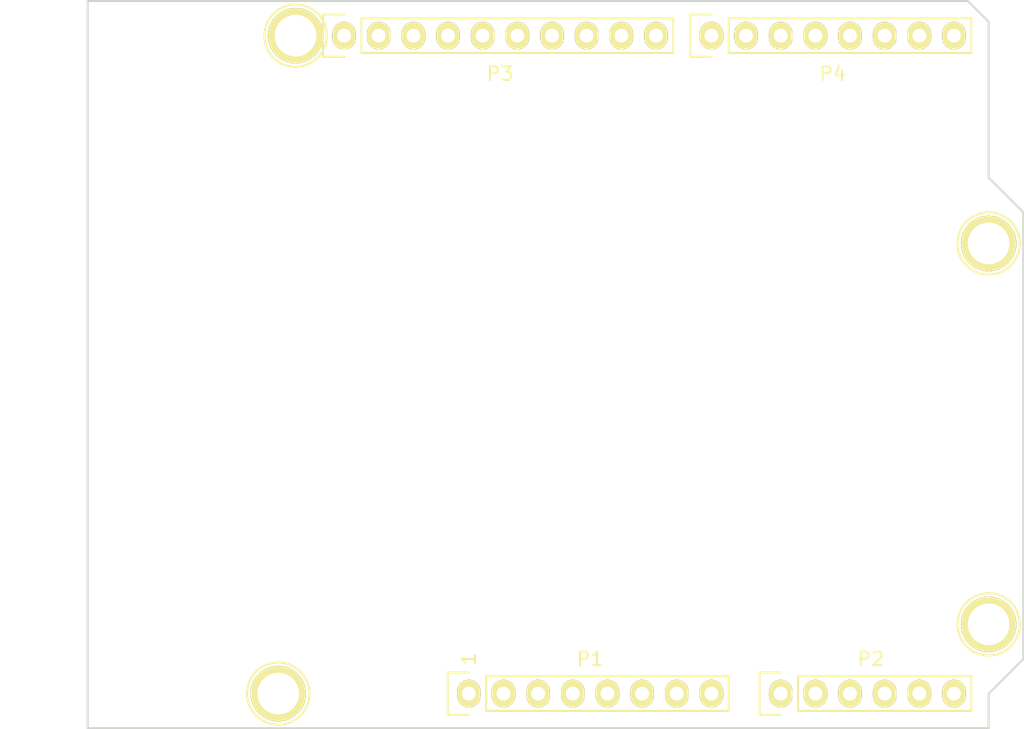
<source format=kicad_pcb>
(kicad_pcb (version 20221018) (generator pcbnew)
  (title_block (date "lun. 30 mars 2015"))
  (layers (0 "F.Cu" signal) (31 "B.Cu" signal) (34 "B.Paste" user) (35 "F.Paste" user) (36 "B.SilkS" user "B.Silkscreen") (37 "F.SilkS" user "F.Silkscreen") (38 "B.Mask" user) (39 "F.Mask" user) (44 "Edge.Cuts" user))
  (net 0 "")
  (net 1 "/IOREF")
  (net 2 "/Reset")
  (net 3 "+5V")
  (net 4 "GND")
  (net 5 "/Vin")
  (net 6 "/A0")
  (net 7 "/A1")
  (net 8 "/A2")
  (net 9 "/A3")
  (net 10 "/AREF")
  (net 11 "/A4(SDA)")
  (net 12 "/A5(SCL)")
  (net 13 "/9(**)")
  (net 14 "/8")
  (net 15 "/7")
  (net 16 "/6(**)")
  (net 17 "/5(**)")
  (net 18 "/4")
  (net 19 "/3(**)")
  (net 20 "/2")
  (net 21 "/1(Tx)")
  (net 22 "/0(Rx)")
  (net 23 "Net-(P5-Pad1)")
  (net 24 "Net-(P6-Pad1)")
  (net 25 "Net-(P7-Pad1)")
  (net 26 "Net-(P8-Pad1)")
  (net 27 "/13(SCK)")
  (net 28 "/10(**/SS)")
  (net 29 "Net-(P1-Pad1)")
  (net 30 "+3V3")
  (net 31 "/12(MISO)")
  (net 32 "/11(**/MOSI)")
  (footprint "Socket_Arduino_Uno:Socket_Strip_Arduino_1x08" (layer "F.Cu") (at 138.938 123.825)
    (fp_text reference "P1" (at 8.89 -2.54) (layer "F.SilkS"))
    (fp_text value "Power")
    (fp_line (start -1.55 -1.55) (end -1.55 1.55) (stroke (width 0.15)) (layer "F.SilkS"))
    (fp_line (start -1.55 1.55) (end 0 1.55) (stroke (width 0.15)) (layer "F.SilkS"))
    (fp_line (start 0 -1.55) (end -1.55 -1.55) (stroke (width 0.15)) (layer "F.SilkS"))
    (fp_line (start 1.27 1.27) (end 1.27 -1.27) (stroke (width 0.15)) (layer "F.SilkS"))
    (fp_line (start 1.27 1.27) (end 19.05 1.27) (stroke (width 0.15)) (layer "F.SilkS"))
    (fp_line (start 19.05 -1.27) (end 1.27 -1.27) (stroke (width 0.15)) (layer "F.SilkS"))
    (fp_line (start 19.05 1.27) (end 19.05 -1.27) (stroke (width 0.15)) (layer "F.SilkS"))
    (pad "1" thru_hole oval locked (at 0 0) (size 1.7272 2.032) (drill 1.016) (layers "*.Cu" "*.Mask" "F.SilkS") (net 29 "Net-(P1-Pad1)"))
    (pad "2" thru_hole oval locked (at 2.54 0) (size 1.7272 2.032) (drill 1.016) (layers "*.Cu" "*.Mask" "F.SilkS") (net 1 "/IOREF"))
    (pad "3" thru_hole oval locked (at 5.08 0) (size 1.7272 2.032) (drill 1.016) (layers "*.Cu" "*.Mask" "F.SilkS") (net 2 "/Reset"))
    (pad "4" thru_hole oval locked (at 7.62 0) (size 1.7272 2.032) (drill 1.016) (layers "*.Cu" "*.Mask" "F.SilkS") (net 30 "+3V3"))
    (pad "5" thru_hole oval locked (at 10.16 0) (size 1.7272 2.032) (drill 1.016) (layers "*.Cu" "*.Mask" "F.SilkS") (net 3 "+5V"))
    (pad "6" thru_hole oval locked (at 12.7 0) (size 1.7272 2.032) (drill 1.016) (layers "*.Cu" "*.Mask" "F.SilkS") (net 4 "GND"))
    (pad "7" thru_hole oval locked (at 15.24 0) (size 1.7272 2.032) (drill 1.016) (layers "*.Cu" "*.Mask" "F.SilkS") (net 4 "GND"))
    (pad "8" thru_hole oval locked (at 17.78 0) (size 1.7272 2.032) (drill 1.016) (layers "*.Cu" "*.Mask" "F.SilkS") (net 5 "/Vin"))
  )
  (footprint "Socket_Arduino_Uno:Socket_Strip_Arduino_1x06" (layer "F.Cu") (at 161.798 123.825)
    (fp_text reference "P2" (at 6.604 -2.54) (layer "F.SilkS"))
    (fp_text value "Analog")
    (fp_line (start -1.55 -1.55) (end -1.55 1.55) (stroke (width 0.15)) (layer "F.SilkS"))
    (fp_line (start -1.55 1.55) (end 0 1.55) (stroke (width 0.15)) (layer "F.SilkS"))
    (fp_line (start 0 -1.55) (end -1.55 -1.55) (stroke (width 0.15)) (layer "F.SilkS"))
    (fp_line (start 1.27 1.27) (end 1.27 -1.27) (stroke (width 0.15)) (layer "F.SilkS"))
    (fp_line (start 1.27 1.27) (end 13.97 1.27) (stroke (width 0.15)) (layer "F.SilkS"))
    (fp_line (start 13.97 -1.27) (end 1.27 -1.27) (stroke (width 0.15)) (layer "F.SilkS"))
    (fp_line (start 13.97 1.27) (end 13.97 -1.27) (stroke (width 0.15)) (layer "F.SilkS"))
    (pad "1" thru_hole oval locked (at 0 0) (size 1.7272 2.032) (drill 1.016) (layers "*.Cu" "*.Mask" "F.SilkS") (net 6 "/A0"))
    (pad "2" thru_hole oval locked (at 2.54 0) (size 1.7272 2.032) (drill 1.016) (layers "*.Cu" "*.Mask" "F.SilkS") (net 7 "/A1"))
    (pad "3" thru_hole oval locked (at 5.08 0) (size 1.7272 2.032) (drill 1.016) (layers "*.Cu" "*.Mask" "F.SilkS") (net 8 "/A2"))
    (pad "4" thru_hole oval locked (at 7.62 0) (size 1.7272 2.032) (drill 1.016) (layers "*.Cu" "*.Mask" "F.SilkS") (net 9 "/A3"))
    (pad "5" thru_hole oval locked (at 10.16 0) (size 1.7272 2.032) (drill 1.016) (layers "*.Cu" "*.Mask" "F.SilkS") (net 11 "/A4(SDA)"))
    (pad "6" thru_hole oval locked (at 12.7 0) (size 1.7272 2.032) (drill 1.016) (layers "*.Cu" "*.Mask" "F.SilkS") (net 12 "/A5(SCL)"))
  )
  (footprint "Socket_Arduino_Uno:Socket_Strip_Arduino_1x10" (layer "F.Cu") (at 129.794 75.565)
    (fp_text reference "P3" (at 11.43 2.794) (layer "F.SilkS"))
    (fp_text value "Digital")
    (fp_line (start -1.55 -1.55) (end -1.55 1.55) (stroke (width 0.15)) (layer "F.SilkS"))
    (fp_line (start -1.55 1.55) (end 0 1.55) (stroke (width 0.15)) (layer "F.SilkS"))
    (fp_line (start 0 -1.55) (end -1.55 -1.55) (stroke (width 0.15)) (layer "F.SilkS"))
    (fp_line (start 1.27 1.27) (end 1.27 -1.27) (stroke (width 0.15)) (layer "F.SilkS"))
    (fp_line (start 1.27 1.27) (end 24.13 1.27) (stroke (width 0.15)) (layer "F.SilkS"))
    (fp_line (start 24.13 -1.27) (end 1.27 -1.27) (stroke (width 0.15)) (layer "F.SilkS"))
    (fp_line (start 24.13 1.27) (end 24.13 -1.27) (stroke (width 0.15)) (layer "F.SilkS"))
    (pad "1" thru_hole oval locked (at 0 0) (size 1.7272 2.032) (drill 1.016) (layers "*.Cu" "*.Mask" "F.SilkS") (net 12 "/A5(SCL)"))
    (pad "2" thru_hole oval locked (at 2.54 0) (size 1.7272 2.032) (drill 1.016) (layers "*.Cu" "*.Mask" "F.SilkS") (net 11 "/A4(SDA)"))
    (pad "3" thru_hole oval locked (at 5.08 0) (size 1.7272 2.032) (drill 1.016) (layers "*.Cu" "*.Mask" "F.SilkS") (net 10 "/AREF"))
    (pad "4" thru_hole oval locked (at 7.62 0) (size 1.7272 2.032) (drill 1.016) (layers "*.Cu" "*.Mask" "F.SilkS") (net 4 "GND"))
    (pad "5" thru_hole oval locked (at 10.16 0) (size 1.7272 2.032) (drill 1.016) (layers "*.Cu" "*.Mask" "F.SilkS") (net 27 "/13(SCK)"))
    (pad "6" thru_hole oval locked (at 12.7 0) (size 1.7272 2.032) (drill 1.016) (layers "*.Cu" "*.Mask" "F.SilkS") (net 31 "/12(MISO)"))
    (pad "7" thru_hole oval locked (at 15.24 0) (size 1.7272 2.032) (drill 1.016) (layers "*.Cu" "*.Mask" "F.SilkS") (net 32 "/11(**/MOSI)"))
    (pad "8" thru_hole oval locked (at 17.78 0) (size 1.7272 2.032) (drill 1.016) (layers "*.Cu" "*.Mask" "F.SilkS") (net 28 "/10(**/SS)"))
    (pad "9" thru_hole oval locked (at 20.32 0) (size 1.7272 2.032) (drill 1.016) (layers "*.Cu" "*.Mask" "F.SilkS") (net 13 "/9(**)"))
    (pad "10" thru_hole oval locked (at 22.86 0) (size 1.7272 2.032) (drill 1.016) (layers "*.Cu" "*.Mask" "F.SilkS") (net 14 "/8"))
  )
  (footprint "Socket_Arduino_Uno:Socket_Strip_Arduino_1x08" (layer "F.Cu") (at 156.718 75.565)
    (fp_text reference "P4" (at 8.89 2.794) (layer "F.SilkS"))
    (fp_text value "Digital")
    (fp_line (start -1.55 -1.55) (end -1.55 1.55) (stroke (width 0.15)) (layer "F.SilkS"))
    (fp_line (start -1.55 1.55) (end 0 1.55) (stroke (width 0.15)) (layer "F.SilkS"))
    (fp_line (start 0 -1.55) (end -1.55 -1.55) (stroke (width 0.15)) (layer "F.SilkS"))
    (fp_line (start 1.27 1.27) (end 1.27 -1.27) (stroke (width 0.15)) (layer "F.SilkS"))
    (fp_line (start 1.27 1.27) (end 19.05 1.27) (stroke (width 0.15)) (layer "F.SilkS"))
    (fp_line (start 19.05 -1.27) (end 1.27 -1.27) (stroke (width 0.15)) (layer "F.SilkS"))
    (fp_line (start 19.05 1.27) (end 19.05 -1.27) (stroke (width 0.15)) (layer "F.SilkS"))
    (pad "1" thru_hole oval locked (at 0 0) (size 1.7272 2.032) (drill 1.016) (layers "*.Cu" "*.Mask" "F.SilkS") (net 15 "/7"))
    (pad "2" thru_hole oval locked (at 2.54 0) (size 1.7272 2.032) (drill 1.016) (layers "*.Cu" "*.Mask" "F.SilkS") (net 16 "/6(**)"))
    (pad "3" thru_hole oval locked (at 5.08 0) (size 1.7272 2.032) (drill 1.016) (layers "*.Cu" "*.Mask" "F.SilkS") (net 17 "/5(**)"))
    (pad "4" thru_hole oval locked (at 7.62 0) (size 1.7272 2.032) (drill 1.016) (layers "*.Cu" "*.Mask" "F.SilkS") (net 18 "/4"))
    (pad "5" thru_hole oval locked (at 10.16 0) (size 1.7272 2.032) (drill 1.016) (layers "*.Cu" "*.Mask" "F.SilkS") (net 19 "/3(**)"))
    (pad "6" thru_hole oval locked (at 12.7 0) (size 1.7272 2.032) (drill 1.016) (layers "*.Cu" "*.Mask" "F.SilkS") (net 20 "/2"))
    (pad "7" thru_hole oval locked (at 15.24 0) (size 1.7272 2.032) (drill 1.016) (layers "*.Cu" "*.Mask" "F.SilkS") (net 21 "/1(Tx)"))
    (pad "8" thru_hole oval locked (at 17.78 0) (size 1.7272 2.032) (drill 1.016) (layers "*.Cu" "*.Mask" "F.SilkS") (net 22 "/0(Rx)"))
  )
  (footprint "Socket_Arduino_Uno:Arduino_1pin" (layer "F.Cu") (at 124.968 123.825)
    (fp_text reference "P5" hide)
    (fp_text value "CONN_01X01" hide)
    (fp_circle (center 0 0) (end 0 -2.286) (stroke (width 0.15)) (fill none) (layer "F.SilkS"))
    (pad "1" thru_hole circle locked (at 0 0) (size 4.064 4.064) (drill 3.048) (layers "*.Cu" "*.Mask" "F.SilkS") (net 23 "Net-(P5-Pad1)"))
  )
  (footprint "Socket_Arduino_Uno:Arduino_1pin" (layer "F.Cu") (at 177.038 118.745)
    (fp_text reference "P6" hide)
    (fp_text value "CONN_01X01" hide)
    (fp_circle (center 0 0) (end 0 -2.286) (stroke (width 0.15)) (fill none) (layer "F.SilkS"))
    (pad "1" thru_hole circle locked (at 0 0) (size 4.064 4.064) (drill 3.048) (layers "*.Cu" "*.Mask" "F.SilkS") (net 24 "Net-(P6-Pad1)"))
  )
  (footprint "Socket_Arduino_Uno:Arduino_1pin" (layer "F.Cu") (at 126.238 75.565)
    (fp_text reference "P7" hide)
    (fp_text value "CONN_01X01" hide)
    (fp_circle (center 0 0) (end 0 -2.286) (stroke (width 0.15)) (fill none) (layer "F.SilkS"))
    (pad "1" thru_hole circle locked (at 0 0) (size 4.064 4.064) (drill 3.048) (layers "*.Cu" "*.Mask" "F.SilkS") (net 25 "Net-(P7-Pad1)"))
  )
  (footprint "Socket_Arduino_Uno:Arduino_1pin" (layer "F.Cu") (at 177.038 90.805)
    (fp_text reference "P8" hide)
    (fp_text value "CONN_01X01" hide)
    (fp_circle (center 0 0) (end 0 -2.286) (stroke (width 0.15)) (fill none) (layer "F.SilkS"))
    (pad "1" thru_hole circle locked (at 0 0) (size 4.064 4.064) (drill 3.048) (layers "*.Cu" "*.Mask" "F.SilkS") (net 26 "Net-(P8-Pad1)"))
  )
  (gr_line (start 177.038 85.979) (end 177.038 74.549) (stroke (width 0.15)) (layer "Edge.Cuts"))
  (gr_line (start 110.998 126.365) (end 177.038 126.365) (stroke (width 0.15)) (layer "Edge.Cuts"))
  (gr_line (start 175.514 73.025) (end 110.998 73.025) (stroke (width 0.15)) (layer "Edge.Cuts"))
  (gr_line (start 179.578 121.285) (end 179.578 88.519) (stroke (width 0.15)) (layer "Edge.Cuts"))
  (gr_line (start 177.038 123.825) (end 179.578 121.285) (stroke (width 0.15)) (layer "Edge.Cuts"))
  (gr_line (start 177.038 126.365) (end 177.038 123.825) (stroke (width 0.15)) (layer "Edge.Cuts"))
  (gr_line (start 110.998 73.025) (end 110.998 126.365) (stroke (width 0.15)) (layer "Edge.Cuts"))
  (gr_line (start 179.578 88.519) (end 177.038 85.979) (stroke (width 0.15)) (layer "Edge.Cuts"))
  (gr_line (start 177.038 74.549) (end 175.514 73.025) (stroke (width 0.15)) (layer "Edge.Cuts"))
  (gr_text "1" (at 138.938 121.285 90) (layer "F.SilkS") (effects (font (size 1 1))))
)
</source>
